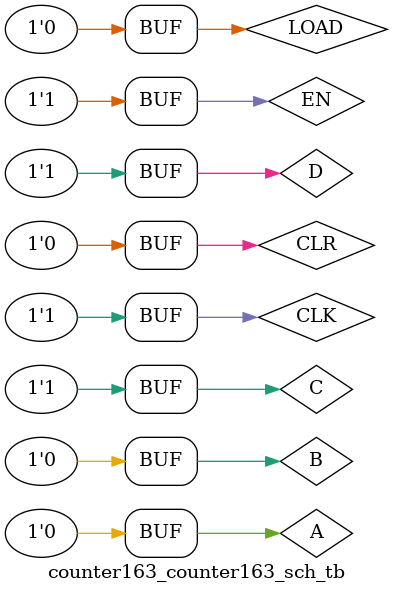
<source format=v>

`timescale 1ns / 1ps

module counter163_counter163_sch_tb();

// Inputs
   reg A;
   reg B;
   reg C;
   reg D;
   reg EN;
   reg LOAD;
   reg CLR;
   reg CLK;

// Output
   wire QC;
   wire QD;
   wire QA;
   wire QB;
   wire RCO;

// Bidirs

// Instantiate the UUT
   counter163 UUT (
		.QC(QC), 
		.QD(QD), 
		.A(A), 
		.B(B), 
		.C(C), 
		.D(D), 
		.EN(EN), 
		.LOAD(LOAD), 
		.CLR(CLR), 
		.QA(QA), 
		.QB(QB), 
		.CLK(CLK), 
		.RCO(RCO)
   );
// Initialize Inputs
       initial begin
		A = 0;
		B = 0;
		C = 1;
		D = 1;
		EN = 0;
		LOAD = 0;
		CLR = 0;
		CLK = 1;
		#100;
		
		A = 0;
		B = 0;
		C = 1;
		D = 1;
		EN = 0;
		LOAD = 0;
		CLR = 1;
		CLK = 0;
		#100;
		
		A = 0;
		B = 0;
		C = 1;
		D = 1;
		EN = 0;
		LOAD = 0;
		CLR = 1;
		CLK = 1;
		#100;
		
		A = 0;
		B = 0;
		C = 1;
		D = 1;
		EN = 0;
		LOAD = 1;
		CLR = 0;
		CLK = 0;
		#100;
		
		A = 0;
		B = 0;
		C = 1;
		D = 1;
		EN = 0;
		LOAD = 1;
		CLR = 0;
		CLK = 1;
		#100;
		
		A = 0;
		B = 0;
		C = 1;
		D = 1;
		EN = 1;
		LOAD = 0;
		CLR = 0;
		CLK = 0;
		#100;
		
		A = 0;
		B = 0;
		C = 1;
		D = 1;
		EN = 1;
		LOAD = 0;
		CLR = 0;
		CLK = 1;
		#100;
		
		A = 0;
		B = 0;
		C = 1;
		D = 1;
		EN = 1;
		LOAD = 0;
		CLR = 0;
		CLK = 0;
		#100;
		
		A = 0;
		B = 0;
		C = 1;
		D = 1;
		EN = 1;
		LOAD = 0;
		CLR = 0;
		CLK = 1;
		#100;
		
		A = 0;
		B = 0;
		C = 1;
		D = 1;
		EN = 1;
		LOAD = 0;
		CLR = 0;
		CLK = 0;
		#100;
		
		A = 0;
		B = 0;
		C = 1;
		D = 1;
		EN = 1;
		LOAD = 0;
		CLR = 0;
		CLK = 1;
		#100;
		
		A = 0;
		B = 0;
		C = 1;
		D = 1;
		EN = 1;
		LOAD = 0;
		CLR = 0;
		CLK = 0;
		#100;
		
		A = 0;
		B = 0;
		C = 1;
		D = 1;
		EN = 1;
		LOAD = 0;
		CLR = 0;
		CLK = 1;
		#100;
		
		A = 0;
		B = 0;
		C = 1;
		D = 1;
		EN = 1;
		LOAD = 0;
		CLR = 0;
		CLK = 0;
		#100;
		
		A = 0;
		B = 0;
		C = 1;
		D = 1;
		EN = 1;
		LOAD = 0;
		CLR = 0;
		CLK = 1;
		#100;
		
		A = 0;
		B = 0;
		C = 1;
		D = 1;
		EN = 1;
		LOAD = 0;
		CLR = 0;
		CLK = 0;
		#100;
		
		A = 0;
		B = 0;
		C = 1;
		D = 1;
		EN = 1;
		LOAD = 0;
		CLR = 0;
		CLK = 1;
		#100;
		
		A = 0;
		B = 0;
		C = 1;
		D = 1;
		EN = 1;
		LOAD = 0;
		CLR = 0;
		CLK = 0;
		#100;
		
		A = 0;
		B = 0;
		C = 1;
		D = 1;
		EN = 1;
		LOAD = 0;
		CLR = 0;
		CLK = 1;
		#100;
		
		A = 0;
		B = 0;
		C = 1;
		D = 1;
		EN = 1;
		LOAD = 0;
		CLR = 0;
		CLK = 0;
		#100;
		
		A = 0;
		B = 0;
		C = 1;
		D = 1;
		EN = 1;
		LOAD = 0;
		CLR = 0;
		CLK = 1;
		#100;
		
		A = 0;
		B = 0;
		C = 1;
		D = 1;
		EN = 1;
		LOAD = 0;
		CLR = 0;
		CLK = 0;
		#100;
		
		A = 0;
		B = 0;
		C = 1;
		D = 1;
		EN = 1;
		LOAD = 0;
		CLR = 0;
		CLK = 1;
		#100;
		
		A = 0;
		B = 0;
		C = 1;
		D = 1;
		EN = 1;
		LOAD = 0;
		CLR = 0;
		CLK = 0;
		#100;
		
		A = 0;
		B = 0;
		C = 1;
		D = 1;
		EN = 1;
		LOAD = 0;
		CLR = 0;
		CLK = 1;
		#100;
		
		A = 0;
		B = 0;
		C = 1;
		D = 1;
		EN = 1;
		LOAD = 0;
		CLR = 0;
		CLK = 0;
		#100;
		
		A = 0;
		B = 0;
		C = 1;
		D = 1;
		EN = 1;
		LOAD = 0;
		CLR = 0;
		CLK = 1;
		#100;
		
		A = 0;
		B = 0;
		C = 1;
		D = 1;
		EN = 1;
		LOAD = 0;
		CLR = 0;
		CLK = 0;
		#100;
		
		A = 0;
		B = 0;
		C = 1;
		D = 1;
		EN = 1;
		LOAD = 0;
		CLR = 0;
		CLK = 1;
		#100;
		
		A = 0;
		B = 0;
		C = 1;
		D = 1;
		EN = 1;
		LOAD = 0;
		CLR = 0;
		CLK = 0;
		#100;
		
		A = 0;
		B = 0;
		C = 1;
		D = 1;
		EN = 1;
		LOAD = 0;
		CLR = 0;
		CLK = 1;
		#100;
		
		A = 0;
		B = 0;
		C = 1;
		D = 1;
		EN = 1;
		LOAD = 0;
		CLR = 0;
		CLK = 0;
		#100;
		
		A = 0;
		B = 0;
		C = 1;
		D = 1;
		EN = 1;
		LOAD = 0;
		CLR = 0;
		CLK = 1;
		#100;
		
				A = 0;
		B = 0;
		C = 1;
		D = 1;
		EN = 1;
		LOAD = 0;
		CLR = 0;
		CLK = 0;
		#100;
		
		A = 0;
		B = 0;
		C = 1;
		D = 1;
		EN = 1;
		LOAD = 0;
		CLR = 0;
		CLK = 1;
		#100;
				A = 0;
		B = 0;
		C = 1;
		D = 1;
		EN = 1;
		LOAD = 0;
		CLR = 0;
		CLK = 0;
		#100;
		
		A = 0;
		B = 0;
		C = 1;
		D = 1;
		EN = 1;
		LOAD = 0;
		CLR = 0;
		CLK = 1;
		#100;
				A = 0;
		B = 0;
		C = 1;
		D = 1;
		EN = 1;
		LOAD = 0;
		CLR = 0;
		CLK = 0;
		#100;
		
		A = 0;
		B = 0;
		C = 1;
		D = 1;
		EN = 1;
		LOAD = 0;
		CLR = 0;
		CLK = 1;
		#100;
				A = 0;
		B = 0;
		C = 1;
		D = 1;
		EN = 1;
		LOAD = 0;
		CLR = 0;
		CLK = 0;
		#100;
		
		A = 0;
		B = 0;
		C = 1;
		D = 1;
		EN = 1;
		LOAD = 0;
		CLR = 1;
		CLK = 1;
		#100;
				A = 0;
		B = 0;
		C = 1;
		D = 1;
		EN = 1;
		LOAD = 0;
		CLR = 1;
		CLK = 0;
		#100;
		
		A = 0;
		B = 0;
		C = 1;
		D = 1;
		EN = 1;
		LOAD = 0;
		CLR = 0;
		CLK = 1;
		#100;
		
		A = 0;
		B = 0;
		C = 1;
		D = 1;
		EN = 1;
		LOAD = 0;
		CLR = 0;
		CLK = 0;
		#100;
		
		A = 0;
		B = 0;
		C = 1;
		D = 1;
		EN = 1;
		LOAD = 0;
		CLR = 0;
		CLK = 1;
		#100;
		end
endmodule

</source>
